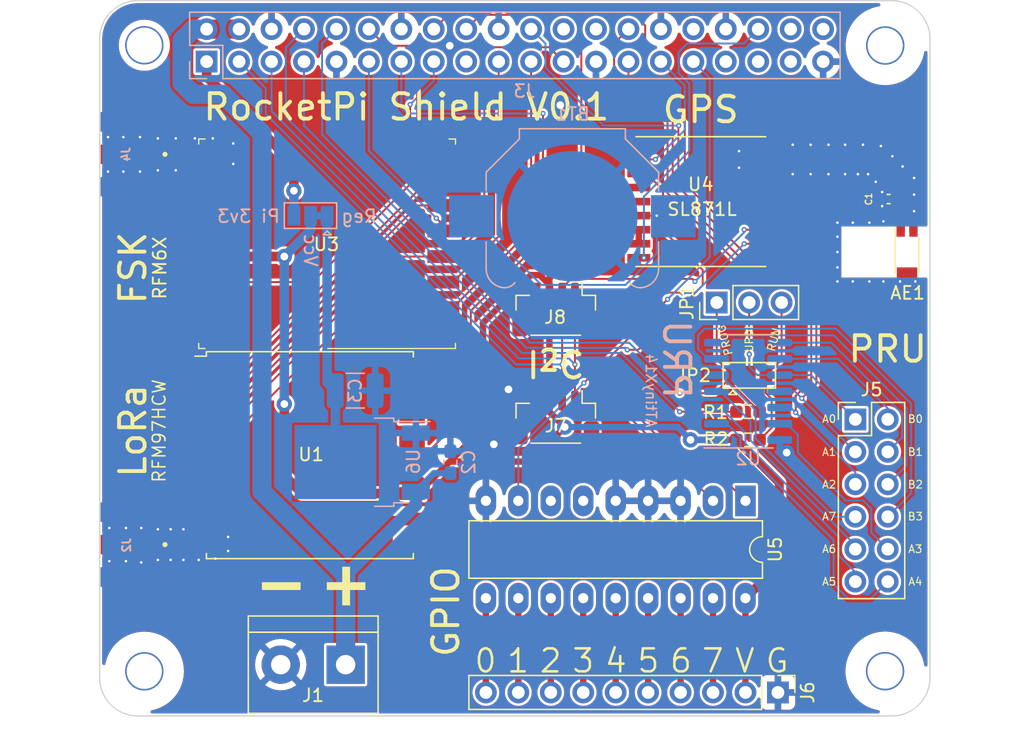
<source format=kicad_pcb>
(kicad_pcb (version 20211014) (generator pcbnew)
  (layers (0 "F.Cu" signal) (31 "B.Cu" signal) (34 "B.Paste" user) (35 "F.Paste" user) (36 "B.SilkS" user "B.Silkscreen") (37 "F.SilkS" user "F.Silkscreen") (38 "B.Mask" user) (39 "F.Mask" user) (44 "Edge.Cuts" user))
  (net 0 "")
  (net 23 "GND")
  (net 24 "Net-(BT1-Pad1)")
  (net 25 "+3V3")
  (net 26 "SDA")
  (net 27 "SCL")
  (net 28 "U0TX")
  (net 29 "ATTiny_UPDI")
  (net 30 "ATtiny_SDA")
  (net 31 "ATtiny_SCL")
  (net 32 "RFM_RST")
  (net 33 "SCK")
  (net 34 "MISO")
  (net 35 "MOSI")
  (net 36 "RFM9X_CS")
  (net 37 "RFM9X_DIO0")
  (net 38 "RFM6X_CS")
  (net 39 "RFM6X_DIO0")
  (net 40 "GPS_FORCEON")
  (net 41 "U3TX")
  (net 42 "GPS_ANT_SC")
  (net 43 "GPS_ANT_OC")
  (net 44 "U3RX")
  (net 45 "GPS_RESET")
  (net 46 "RFM9X_ANT")
  (net 47 "U0RX")
  (net 48 "RFM6X_ANT")
  (net 49 "GPS_ANT")
  (net 50 "IO_INT")
  (net 53 "PB3")
  (net 54 "PB2")
  (net 55 "PB1")
  (net 56 "PB0")
  (net 57 "PA7")
  (net 58 "PA6")
  (net 59 "PA5")
  (net 60 "PA3")
  (net 61 "PA4")
  (net 62 "Vin")
  (net 63 "Net-(J6-Pad3)")
  (net 64 "Net-(J6-Pad4)")
  (net 65 "Net-(J6-Pad5)")
  (net 66 "Net-(J6-Pad6)")
  (net 67 "Net-(J6-Pad7)")
  (net 68 "Net-(J6-Pad8)")
  (net 69 "Net-(J6-Pad9)")
  (net 70 "Net-(J6-Pad10)")
  (net 71 "Net-(R2-Pad1)")
  (net 72 "REG_3V3")
  (net 73 "PI_3V3")
  (footprint "project_footprints:NPTH_3mm_ID" (layer "F.Cu") (at 82.04 64.31)
    (fp_text reference "H1")
    (fp_text value "3mm_Mounting_Hole" hide)
  )
  (footprint "project_footprints:NPTH_3mm_ID" (layer "F.Cu") (at 140.04 64.33)
    (fp_text reference "H2")
    (fp_text value "3mm_Mounting_Hole" hide)
  )
  (footprint "project_footprints:NPTH_3mm_ID" (layer "F.Cu") (at 82.04 113.32)
    (fp_text reference "H3")
    (fp_text value "3mm_Mounting_Hole" hide)
  )
  (footprint "project_footprints:NPTH_3mm_ID" (layer "F.Cu") (at 140.03 113.31)
    (fp_text reference "H4")
    (fp_text value "3mm_Mounting_Hole" hide)
  )
  (footprint "Resistor_SMD:R_0603_1608Metric_Pad0.98x0.95mm_HandSolder" (layer "F.Cu") (at 129.3 95.2 180)
    (fp_text reference "R2")
    (fp_text value "10k")
  )
  (footprint "Capacitor_SMD:C_0402_1005Metric_Pad0.74x0.62mm_HandSolder" (layer "F.Cu") (at 140.301072 76.35133)
    (fp_text reference "C1")
    (fp_text value "3.3pF")
  )
  (footprint "Parts:Connector_Qwiic_Vertical" (layer "F.Cu") (at 114.25 85 180)
    (fp_text reference "J8")
    (fp_text value "Conn_01x04")
  )
  (footprint "Package_DIP:DIP-18_W7.62mm_LongPads" (layer "F.Cu") (at 129.1 99.975 -90)
    (fp_text reference "U5")
    (fp_text value "MCP23008")
  )
  (footprint "Connector_PinHeader_2.54mm:PinHeader_1x10_P2.54mm_Vertical" (layer "F.Cu") (at 131.64 114.975 -90)
    (fp_text reference "J6")
    (fp_text value "Conn_01x10")
  )
  (footprint "Jumper:SolderJumper-3_P1.3mm_Open_Pad1.0x1.5mm" (layer "F.Cu") (at 129.4 90.15)
    (fp_text reference "JP2")
    (fp_text value "SolderJumper_3_Open")
  )
  (footprint "CONREVSMA003:LINX_CONREVSMA003.062" (layer "F.Cu") (at 78.6275 103.4 -90)
    (fp_text reference "J2")
    (fp_text value "Conn_Coaxial")
  )
  (footprint "TerminalBlock:TerminalBlock_bornier-2_P5.08mm" (layer "F.Cu") (at 97.8 112.8 180)
    (fp_text reference "J1")
    (fp_text value "Screw_Terminal_01x02")
  )
  (footprint "RF_Module:HOPERF_RFM9XW_SMD" (layer "F.Cu") (at 95 96.4)
    (fp_text reference "U1")
    (fp_text value "RFM97CW-915S2")
  )
  (footprint "Parts:SL871" (layer "F.Cu") (at 125.6 76.55 180)
    (fp_text reference "U4")
    (fp_text value "SL871L")
  )
  (footprint "Connector_PinHeader_2.54mm:PinHeader_2x06_P2.54mm_Vertical" (layer "F.Cu") (at 137.7 93.6)
    (fp_text reference "J5")
    (fp_text value "Conn_02x06_Counter_Clockwise")
  )
  (footprint "Parts:Connector_Qwiic_Vertical" (layer "F.Cu") (at 114.25 93.45 180)
    (fp_text reference "J7")
    (fp_text value "Conn_01x04")
  )
  (footprint "RF_Antenna:Pulse_W3011" (layer "F.Cu") (at 141.75 80.5)
    (fp_text reference "AE1")
    (fp_text value "Antenna_Chip")
  )
  (footprint "Connector_PinHeader_2.54mm:PinHeader_1x03_P2.54mm_Vertical" (layer "F.Cu") (at 126.85 84.45 90)
    (fp_text reference "JP1")
    (fp_text value "Jumper_3_Bridged12")
  )
  (footprint "CONREVSMA003:LINX_CONREVSMA003.062" (layer "F.Cu") (at 78.6275 72.85 -90)
    (fp_text reference "J4")
    (fp_text value "Conn_Coaxial")
  )
  (footprint "RF_Module:HOPERF_RFM69HW" (layer "F.Cu") (at 96.35 79.85 180)
    (fp_text reference "U3")
    (fp_text value "RFM69HCW")
  )
  (footprint "Resistor_SMD:R_0603_1608Metric_Pad0.98x0.95mm_HandSolder" (layer "F.Cu") (at 129.3 93)
    (fp_text reference "R1")
    (fp_text value "1k")
  )
  (footprint "Symbol:Polarity_Center_Negative_6mm_SilkScreen" (layer "F.Cu") (at 94.268911 106.65)
    (fp_text reference "REF**" hide)
    (fp_text value "Polarity_Center_Negative_6mm_SilkScreen" hide)
  )
  (footprint "Connector_PinSocket_2.54mm:PinSocket_2x20_P2.54mm_Vertical" (layer "B.Cu") (at 86.92 65.59 -90)
    (fp_text reference "J3")
    (fp_text value "40HAT")
  )
  (footprint "Battery:BatteryHolder_Keystone_3000_1x12mm" (layer "B.Cu") (at 115.55 77.695 180)
    (fp_text reference "BT1")
    (fp_text value "Battery_Cell")
  )
  (footprint "Capacitor_SMD:C_1210_3225Metric_Pad1.33x2.70mm_HandSolder" (layer "B.Cu") (at 98.55 91.35)
    (fp_text reference "C3")
    (fp_text value "10uF")
  )
  (footprint "Jumper:SolderJumper-3_P1.3mm_Bridged12_Pad1.0x1.5mm" (layer "B.Cu") (at 95.05 77.65 180)
    (fp_text reference "JP3")
    (fp_text value "SolderJumper_3_Bridged12")
  )
  (footprint "Package_TO_SOT_SMD:TO-252-2" (layer "B.Cu") (at 99.1 96.95 180)
    (fp_text reference "U6")
    (fp_text value "LD1117V33")
  )
  (footprint "Package_SO:SOIC-14_3.9x8.7mm_P1.27mm" (layer "B.Cu") (at 129.3075 91.4)
    (fp_text reference "U2")
    (fp_text value "ATtiny414-SS")
  )
  (footprint "Capacitor_SMD:C_0603_1608Metric_Pad1.08x0.95mm_HandSolder" (layer "B.Cu") (at 106 96.95 90)
    (fp_text reference "C2")
    (fp_text value ".1uF")
  )
  (gr_line (start 143.546356 113.817611) (end 143.546356 63.817611) (layer "Edge.Cuts") (width 0.1))
  (gr_line (start 78.546356 63.817611) (end 78.546356 113.817611) (layer "Edge.Cuts") (width 0.1))
  (gr_arc (start 143.546356 113.817611) (mid 142.667676 115.938931) (end 140.546356 116.817611) (layer "Edge.Cuts") (width 0.1))
  (gr_line (start 140.546356 60.817611) (end 81.546356 60.817611) (layer "Edge.Cuts") (width 0.1))
  (gr_line (start 81.546356 116.817611) (end 140.546356 116.817611) (layer "Edge.Cuts") (width 0.1))
  (gr_arc (start 140.546356 60.817611) (mid 142.667676 61.696291) (end 143.546356 63.817611) (layer "Edge.Cuts") (width 0.1))
  (gr_arc (start 78.546356 63.817611) (mid 79.425036 61.696291) (end 81.546356 60.817611) (layer "Edge.Cuts") (width 0.1))
  (gr_arc (start 81.546356 116.817611) (mid 79.425036 115.938931) (end 78.546356 113.817611) (layer "Edge.Cuts") (width 0.1))
  (gr_text "Pi 3v3" (at 90.2 77.7) (layer "B.SilkS") (effects (font (size 1 1)) (justify mirror)))
  (gr_text "Reg" (at 98.85 77.7) (layer "B.SilkS") (effects (font (size 1 1)) (justify mirror)))
  (gr_text "PRU	" (at 123.7 88.2 270) (layer "B.SilkS") (effects (font (size 2 2) (thickness 0.3)) (justify mirror)))
  (gr_text "ATtinyX14" (at 121.7 91.35 270) (layer "B.SilkS") (effects (font (size 0.8 0.8) (thickness 0.13)) (justify mirror)))
  (gr_text "Vcc" (at 95.05 80.35 270) (layer "B.SilkS") (effects (font (size 1 1)) (justify mirror)))
  (gr_text "RUN" (at 131.325 87.35 75) (layer "F.SilkS") (effects (font (size 0.6 0.6) (thickness 0.09))))
  (gr_text "A4" (at 142.4 106.3) (layer "F.SilkS") (effects (font (size 0.6 0.6) (thickness 0.09))))
  (gr_text "B1\n" (at 142.4 96.15) (layer "F.SilkS") (effects (font (size 0.6 0.6) (thickness 0.09))))
  (gr_text "SL871L" (at 125.7 77.15) (layer "F.SilkS") (effects (font (size 1 1))))
  (gr_text "2" (at 113.85 112.5) (layer "F.SilkS") (effects (font (size 1.8 1.8) (thickness 0.2))))
  (gr_text "LoRa" (at 81.15 94.5 90) (layer "F.SilkS") (effects (font (size 2 2) (thickness 0.3))))
  (gr_text "FSK" (at 81.15 81.75 90) (layer "F.SilkS") (effects (font (size 2 2) (thickness 0.3))))
  (gr_text "PRU	" (at 140.95 88.1) (layer "F.SilkS") (effects (font (size 2 2) (thickness 0.3))))
  (gr_text "PROG" (at 127.5 87.4 105) (layer "F.SilkS") (effects (font (size 0.6 0.6) (thickness 0.09))))
  (gr_text "A6" (at 135.65 103.75) (layer "F.SilkS") (effects (font (size 0.6 0.6) (thickness 0.09))))
  (gr_text "GPIO" (at 105.65 108.65 90) (layer "F.SilkS") (effects (font (size 2 2) (thickness 0.3))))
  (gr_text "B3" (at 142.4 101.2) (layer "F.SilkS") (effects (font (size 0.6 0.6) (thickness 0.09))))
  (gr_text "RocketPi Shield V0.1" (at 102.55 69.15) (layer "F.SilkS") (effects (font (size 2 2) (thickness 0.3))))
  (gr_text "A5" (at 135.65 106.3) (layer "F.SilkS") (effects (font (size 0.6 0.6) (thickness 0.09))))
  (gr_text "B2" (at 142.4 98.7) (layer "F.SilkS") (effects (font (size 0.6 0.6) (thickness 0.09))))
  (gr_text "4" (at 118.95 112.5) (layer "F.SilkS") (effects (font (size 1.8 1.8) (thickness 0.2))))
  (gr_text "7" (at 126.55 112.5) (layer "F.SilkS") (effects (font (size 1.8 1.8) (thickness 0.2))))
  (gr_text "GPS" (at 125.6 69.35) (layer "F.SilkS") (effects (font (size 2 2) (thickness 0.3))))
  (gr_text "1" (at 111.3 112.5) (layer "F.SilkS") (effects (font (size 1.8 1.8) (thickness 0.2))))
  (gr_text "A7" (at 135.65 101.2) (layer "F.SilkS") (effects (font (size 0.6 0.6) (thickness 0.09))))
  (gr_text "B0\n\n" (at 142.4 94.05) (layer "F.SilkS") (effects (font (size 0.6 0.6) (thickness 0.09))))
  (gr_text "5" (at 121.5 112.5) (layer "F.SilkS") (effects (font (size 1.8 1.8) (thickness 0.2))))
  (gr_text "3" (at 116.4 112.5) (layer "F.SilkS") (effects (font (size 1.8 1.8) (thickness 0.2))))
  (gr_text "RFM97HCW" (at 83.2 94.5 90) (layer "F.SilkS") (effects (font (size 1 1))))
  (gr_text "A3" (at 142.4 103.75) (layer "F.SilkS") (effects (font (size 0.6 0.6) (thickness 0.09))))
  (gr_text "A2" (at 135.65 98.7) (layer "F.SilkS") (effects (font (size 0.6 0.6) (thickness 0.09))))
  (gr_text "A1\n" (at 135.65 96.15) (layer "F.SilkS") (effects (font (size 0.6 0.6) (thickness 0.09))))
  (gr_text "G" (at 131.58 112.5) (layer "F.SilkS") (effects (font (size 1.8 1.8) (thickness 0.2))))
  (gr_text "UPDI" (at 129.4 87.3 90) (layer "F.SilkS") (effects (font (size 0.6 0.6) (thickness 0.09))))
  (gr_text "RFM6X" (at 83.25 81.75 90) (layer "F.SilkS") (effects (font (size 1 1))))
  (gr_text "A0\n\n" (at 135.65 94.05) (layer "F.SilkS") (effects (font (size 0.6 0.6) (thickness 0.09))))
  (gr_text "I^{2}C" (at 114.25 89.4) (layer "F.SilkS") (effects (font (size 2 2) (thickness 0.3))))
  (gr_text "6" (at 124.05 112.5) (layer "F.SilkS") (effects (font (size 1.8 1.8) (thickness 0.2))))
  (gr_text "0" (at 108.75 112.5) (layer "F.SilkS") (effects (font (size 1.8 1.8) (thickness 0.2))))
  (gr_text "V" (at 129.05 112.5) (layer "F.SilkS") (effects (font (size 1.8 1.8) (thickness 0.2))))
  (segment (start 142.25 78.9) (end 142.25 77.35) (width 0.65) (layer "F.Cu") (net 23))
  (segment (start 142.25 77.35) (end 142.3 77.3) (width 0.65) (layer "F.Cu") (net 23))
  (via (at 139.9 82.8) (size 0.4) (drill 0.2) (layers "F.Cu" "B.Cu") (net 23))
  (via (at 136.9 74.4) (size 0.4) (drill 0.2) (layers "F.Cu" "B.Cu") (net 23))
  (via (at 80.4 74.2) (size 0.4) (drill 0.2) (layers "F.Cu" "B.Cu") (net 23))
  (via (at 134.2 72.1) (size 0.4) (drill 0.2) (layers "F.Cu" "B.Cu") (net 23))
  (via (at 132.8 74.4) (size 0.4) (drill 0.2) (layers "F.Cu" "B.Cu") (net 23))
  (via (at 81.7 71.5) (size 0.4) (drill 0.2) (layers "F.Cu" "B.Cu") (net 23))
  (via (at 140.6 73) (size 0.4) (drill 0.2) (layers "F.Cu" "B.Cu") (net 23))
  (via (at 138.3 72.1) (size 0.4) (drill 0.2) (layers "F.Cu" "B.Cu") (net 23))
  (via (at 141.2 82.8) (size 0.4) (drill 0.2) (layers "F.Cu" "B.Cu") (net 23))
  (via (at 132.8 72.1) (size 0.4) (drill 0.2) (layers "F.Cu" "B.Cu") (net 23))
  (via (at 137.5 82.8) (size 0.4) (drill 0.2) (layers "F.Cu" "B.Cu") (net 23))
  (via (at 105.95 64.35) (size 1.2) (drill 0.6) (layers "F.Cu" "B.Cu") (net 23))
  (via (at 137.5 78.2) (size 0.4) (drill 0.2) (layers "F.Cu" "B.Cu") (net 23))
  (via (at 84.5 71.6) (size 0.4) (drill 0.2) (layers "F.Cu" "B.Cu") (net 23))
  (via (at 84.1 104.6) (size 0.4) (drill 0.2) (layers "F.Cu" "B.Cu") (net 23))
  (via (at 134.2 74.4) (size 0.4) (drill 0.2) (layers "F.Cu" "B.Cu") (net 23))
  (via (at 136.3 81.7) (size 0.4) (drill 0.2) (layers "F.Cu" "B.Cu") (net 23))
  (via (at 85.1 102.2) (size 0.4) (drill 0.2) (layers "F.Cu" "B.Cu") (net 23))
  (via (at 132.3255 96.2) (size 1.2) (drill 0.6) (layers "F.Cu" "B.Cu") (net 23))
  (via (at 83.1 74.1) (size 0.4) (drill 0.2) (layers "F.Cu" "B.Cu") (net 23))
  (via (at 137.9 74.4) (size 0.4) (drill 0.2) (layers "F.Cu" "B.Cu") (net 23))
  (via (at 142.3 74.7) (size 0.4) (drill 0.2) (layers "F.Cu" "B.Cu") (net 23))
  (via (at 83.1 71.6) (size 0.4) (drill 0.2) (layers "F.Cu" "B.Cu") (net 23))
  (via (at 110.55 91.25) (size 1.2) (drill 0.6) (layers "F.Cu" "B.Cu") (net 23))
  (via (at 81.8 102.1) (size 0.4) (drill 0.2) (layers "F.Cu" "B.Cu") (net 23))
  (via (at 135.6 74.4) (size 0.4) (drill 0.2) (layers "F.Cu" "B.Cu") (net 23))
  (via (at 138.8 78.2) (size 0.4) (drill 0.2) (layers "F.Cu" "B.Cu") (net 23))
  (via (at 81.7 74.2) (size 0.4) (drill 0.2) (layers "F.Cu" "B.Cu") (net 23))
  (via (at 87.4 71.6) (size 0.4) (drill 0.2) (layers "F.Cu" "B.Cu") (net 23))
  (via (at 142.3 77.3) (size 0.4) (drill 0.2) (layers "F.Cu" "B.Cu") (net 23))
  (via (at 81.8 104.8) (size 0.4) (drill 0.2) (layers "F.Cu" "B.Cu") (net 23))
  (via (at 83.1 104.6) (size 0.4) (drill 0.2) (layers "F.Cu" "B.Cu") (net 23))
  (via (at 139.7 72.2) (size 0.4) (drill 0.2) (layers "F.Cu" "B.Cu") (net 23))
  (via (at 79.3 102.1) (size 0.4) (drill 0.2) (layers "F.Cu" "B.Cu") (net 23))
  (via (at 136.9 72.1) (size 0.4) (drill 0.2) (layers "F.Cu" "B.Cu") (net 23))
  (via (at 79.2 71.5) (size 0.4) (drill 0.2) (layers "F.Cu" "B.Cu") (net 23))
  (via (at 136.3 78.2) (size 0.4) (drill 0.2) (layers "F.Cu" "B.Cu") (net 23))
  (via (at 128.6 73.9) (size 0.4) (drill 0.2) (layers "F.Cu" "B.Cu") (net 23))
  (via (at 114.6 69) (size 1.2) (drill 0.6) (layers "F.Cu" "B.Cu") (net 23))
  (via (at 83.1 102.2) (size 0.4) (drill 0.2) (layers "F.Cu" "B.Cu") (net 23))
  (via (at 86.3 104.6) (size 0.4) (drill 0.2) (layers "F.Cu" "B.Cu") (net 23))
  (via (at 139.3 75) (size 0.4) (drill 0.2) (layers "F.Cu" "B.Cu") (net 23))
  (via (at 138.8 82.8) (size 0.4) (drill 0.2) (layers "F.Cu" "B.Cu") (net 23))
  (via (at 141.4 73.8) (size 0.4) (drill 0.2) (layers "F.Cu" "B.Cu") (net 23))
  (via (at 89 73.6) (size 0.4) (drill 0.2) (layers "F.Cu" "B.Cu") (net 23))
  (via (at 80.6 102.1) (size 0.4) (drill 0.2) (layers "F.Cu" "B.Cu") (net 23))
  (via (at 139.8 76.9) (size 0.4) (drill 0.2) (layers "F.Cu" "B.Cu") (net 23))
  (via (at 80.6 104.7) (size 0.4) (drill 0.2) (layers "F.Cu" "B.Cu") (net 23))
  (via (at 136.3 79.3) (size 0.4) (drill 0.2) (layers "F.Cu" "B.Cu") (net 23))
  (via (at 139.9 78.1) (size 0.4) (drill 0.2) (layers "F.Cu" "B.Cu") (net 23))
  (via (at 109.4 95.55) (size 1.2) (drill 0.6) (layers "F.Cu" "B.Cu") (net 23))
  (via (at 142.3 76) (size 0.4) (drill 0.2) (layers "F.Cu" "B.Cu") (net 23))
  (via (at 135.6 72.1) (size 0.4) (drill 0.2) (layers "F.Cu" "B.Cu") (net 23))
  (via (at 139.8 75.8) (size 0.4) (drill 0.2) (layers "F.Cu" "B.Cu") (net 23))
  (via (at 89 72) (size 0.4) (drill 0.2) (layers "F.Cu" "B.Cu") (net 23))
  (via (at 84.1 102.2) (size 0.4) (drill 0.2) (layers "F.Cu" "B.Cu") (net 23))
  (via (at 85.1 104.6) (size 0.4) (drill 0.2) (layers "F.Cu" "B.Cu") (net 23))
  (via (at 79.3 104.7) (size 0.4) (drill 0.2) (layers "F.Cu" "B.Cu") (net 23))
  (via (at 84.5 74.1) (size 0.4) (drill 0.2) (layers "F.Cu" "B.Cu") (net 23))
  (via (at 136.3 82.8) (size 0.4) (drill 0.2) (layers "F.Cu" "B.Cu") (net 23))
  (via (at 80.4 71.5) (size 0.4) (drill 0.2) (layers "F.Cu" "B.Cu") (net 23))
  (via (at 86 71.6) (size 0.4) (drill 0.2) (layers "F.Cu" "B.Cu") (net 23))
  (via (at 138.7 74.4) (size 0.4) (drill 0.2) (layers "F.Cu" "B.Cu") (net 23))
  (via (at 136.3 80.5) (size 0.4) (drill 0.2) (layers "F.Cu" "B.Cu") (net 23))
  (via (at 87.6 104.5) (size 0.4) (drill 0.2) (layers "F.Cu" "B.Cu") (net 23))
  (via (at 88.6 103.9) (size 0.4) (drill 0.2) (layers "F.Cu" "B.Cu") (net 23))
  (via (at 128.6 72.6) (size 0.4) (drill 0.2) (layers "F.Cu" "B.Cu") (net 23))
  (via (at 79.2 74.2) (size 0.4) (drill 0.2) (layers "F.Cu" "B.Cu") (net 23))
  (via (at 142.4 82.8) (size 0.4) (drill 0.2) (layers "F.Cu" "B.Cu") (net 23))
  (via (at 88.6 102.8) (size 0.4) (drill 0.2) (layers "F.Cu" "B.Cu") (net 23))
  (segment (start 120.75 77.65) (end 122.15 77.65) (width 0.15) (layer "F.Cu") (net 24))
  (via (at 122.15 77.65) (size 0.4) (drill 0.2) (layers "F.Cu" "B.Cu") (net 24))
  (segment (start 107.75 77.695) (end 113.124511 83.069511) (width 0.15) (layer "B.Cu") (net 24))
  (segment (start 119.70155 83.069511) (end 122.15 80.621061) (width 0.15) (layer "B.Cu") (net 24))
  (segment (start 113.124511 83.069511) (end 119.70155 83.069511) (width 0.15) (layer "B.Cu") (net 24))
  (segment (start 107.65 77.695) (end 107.75 77.695) (width 0.15) (layer "B.Cu") (net 24))
  (segment (start 122.15 80.621061) (end 122.15 77.65) (width 0.15) (layer "B.Cu") (net 24))
  (segment (start 112.3 82.3) (end 108.55 86.05) (width 0.5) (layer "F.Cu") (net 25))
  (segment (start 113.75 83.675) (end 113.75 83.052151) (width 0.5) (layer "F.Cu") (net 25))
  (segment (start 120.75 79.85) (end 120.75 78.75) (width 0.5) (layer "F.Cu") (net 25))
  (segment (start 93 92.4) (end 93 98) (width 0.75) (layer "F.Cu") (net 25))
  (segment (start 108.55 86.05) (end 108.55 94.3) (width 0.5) (layer "F.Cu") (net 25))
  (segment (start 112.997849 82.3) (end 112.3 82.3) (width 0.5) (layer "F.Cu") (net 25))
  (segment (start 103.45 99.4) (end 103 99.4) (width 0.5) (layer "F.Cu") (net 25))
  (segment (start 128.3875 95.2) (end 124.8 95.2) (width 0.5) (layer "F.Cu") (net 25))
  (segment (start 108.55 94.3) (end 105.95 96.9) (width 0.5) (layer "F.Cu") (net 25))
  (segment (start 105.95 96.9) (end 103.45 99.4) (width 0.5) (layer "F.Cu") (net 25))
  (segment (start 114.95 94.2) (end 113.75 93) (width 0.5) (layer "F.Cu") (net 25))
  (segment (start 93 80.85) (end 87.25 80.85) (width 0.75) (layer "F.Cu") (net 25))
  (segment (start 113.75 92.125) (end 113.75 83.675) (width 0.5) (layer "F.Cu") (net 25))
  (segment (start 94.4 99.4) (end 103 99.4) (width 0.75) (layer "F.Cu") (net 25))
  (segment (start 93 98) (end 94.4 99.4) (width 0.75) (layer "F.Cu") (net 25))
  (segment (start 114.95 94.2) (end 112.25 96.9) (width 0.5) (layer "F.Cu") (net 25))
  (segment (start 113.75 82.55) (end 113.75 83.675) (width 0.5) (layer "F.Cu") (net 25))
  (segment (start 131.75 104.945) (end 131.75 98.550146) (width 0.7) (layer "F.Cu") (net 25))
  (segment (start 120.75 79.85) (end 116.45 79.85) (width 0.5) (layer "F.Cu") (net 25))
  (segment (start 129.1 107.595) (end 131.75 104.945) (width 0.7) (layer "F.Cu") (net 25))
  (segment (start 112.25 96.9) (end 105.95 96.9) (width 0.5) (layer "F.Cu") (net 25))
  (segment (start 129.1 107.595) (end 129.1 114.975) (width 0.5) (layer "F.Cu") (net 25))
  (segment (start 128.399854 95.2) (end 128.3875 95.2) (width 0.7) (layer "F.Cu") (net 25))
  (segment (start 131.75 98.550146) (end 128.399854 95.2) (width 0.7) (layer "F.Cu") (net 25))
  (segment (start 113.75 93) (end 113.75 92.125) (width 0.5) (layer "F.Cu") (net 25))
  (segment (start 116.45 79.85) (end 113.75 82.55) (width 0.5) (layer "F.Cu") (net 25))
  (segment (start 113.75 83.052151) (end 112.997849 82.3) (width 0.5) (layer "F.Cu") (net 25))
  (via (at 93 80.85) (size 1.2) (drill 0.6) (layers "F.Cu" "B.Cu") (net 25))
  (via (at 93 92.4) (size 1.2) (drill 0.6) (layers "F.Cu" "B.Cu") (net 25))
  (via (at 124.8 95.2) (size 1.2) (drill 0.6) (layers "F.Cu" "B.Cu") (net 25))
  (via (at 114.95 94.2) (size 1.2) (drill 0.6) (layers "F.Cu" "B.Cu") (net 25))
  (segment (start 95.05 77.65) (end 95.05 78.8) (width 0.75) (layer "B.Cu") (net 25))
  (segment (start 114.95 94.2) (end 123.8 94.2) (width 0.5) (layer "B.Cu") (net 25))
  (segment (start 124.81 95.21) (end 124.8 95.2) (width 0.5) (layer "B.Cu") (net 25))
  (segment (start 126.8325 95.21) (end 124.81 95.21) (width 0.5) (layer "B.Cu") (net 25))
  (segment (start 93 80.85) (end 93 92.4) (width 0.75) (layer "B.Cu") (net 25))
  (segment (start 123.8 94.2) (end 124.8 95.2) (width 0.5) (layer "B.Cu") (net 25))
  (segment (start 95.05 78.8) (end 93 80.85) (width 0.75) (layer "B.Cu") (net 25))
  (segment (start 115.449639 82.6) (end 124.95 82.6) (width 0.15) (layer "F.Cu") (net 26))
  (segment (start 114.75 92.500361) (end 115.599639 93.35) (width 0.15) (layer "F.Cu") (net 26))
  (segment (start 114.75 92.125) (end 114.75 89.3) (width 0.15) (layer "F.Cu") (net 26))
  (segment (start 114.75 89.3) (end 114.75 83.675) (width 0.15) (layer "F.Cu") (net 26))
  (segment (start 115.599639 93.35) (end 119.935 93.35) (width 0.15) (layer "F.Cu") (net 26))
  (segment (start 130.45 78.75) (end 129 78.75) (width 0.15) (layer "F.Cu") (net 26))
  (segment (start 119.935 93.35) (end 126.56 99.975) (width 0.15) (layer "F.Cu") (net 26))
  (segment (start 114.75 83.299639) (end 115.449639 82.6) (width 0.15) (layer "F.Cu") (net 26))
  (segment (start 114.75 92.125) (end 114.75 92.500361) (width 0.15) (layer "F.Cu") (net 26))
  (segment (start 114.75 83.675) (end 114.75 83.299639) (width 0.15) (layer "F.Cu") (net 26))
  (segment (start 124.95 82.6) (end 125.15 82.8) (width 0.15) (layer "F.Cu") (net 26))
  (via (at 125.15 82.8) (size 0.4) (drill 0.2) (layers "F.Cu" "B.Cu") (net 26))
  (via (at 114.75 89.3) (size 0.4) (drill 0.2) (layers "F.Cu" "B.Cu") (net 26))
  (via (at 129 78.75) (size 0.4) (drill 0.2) (layers "F.Cu" "B.Cu") (net 26))
  (segment (start 129 78.75) (end 129 78.95) (width 0.15) (layer "B.Cu") (net 26))
  (segment (start 111.15 89.3) (end 114.75 89.3) (width 0.15) (layer "B.Cu") (net 26))
  (segment (start 91.55 67.68) (end 91.55 69.7) (width 0.15) (layer "B.Cu") (net 26))
  (segment (start 91.55 69.7) (end 111.15 89.3) (width 0.15) (layer "B.Cu") (net 26))
  (segment (start 129 78.95) (end 125.15 82.8) (width 0.15) (layer "B.Cu") (net 26))
  (segment (start 89.46 65.59) (end 91.55 67.68) (width 0.15) (layer "B.Cu") (net 26))
  (segment (start 125.5 98.2) (end 127.325 98.2) (width 0.15) (layer "F.Cu") (net 27))
  (segment (start 115.75 89.3) (end 115.75 92.125) (width 0.15) (layer "F.Cu") (net 27))
  (segment (start 127.325 98.2) (end 129.1 99.975) (width 0.15) (layer "F.Cu") (net 27))
  (segment (start 124.175 83.675) (end 124.2 83.7) (width 0.15) (layer "F.Cu") (net 27))
  (segment (start 130.45 79.85) (end 129 79.85) (width 0.15) (layer "F.Cu") (net 27))
  (segment (start 116.525 92.9) (end 120.2 92.9) (width 0.15) (layer "F.Cu") (net 27))
  (segment (start 120.2 92.9) (end 125.5 98.2) (width 0.15) (layer "F.Cu") (net 27))
  (segment (start 115.75 92.125) (end 116.525 92.9) (width 0.15) (layer "F.Cu") (net 27))
  (segment (start 115.75 83.675) (end 124.175 83.675) (width 0.15) (layer "F.Cu") (net 27))
  (segment (start 115.75 83.675) (end 115.75 89.3) (width 0.15) (layer "F.Cu") (net 27))
  (via (at 124.2 83.7) (size 0.4) (drill 0.2) (layers "F.Cu" "B.Cu") (net 27))
  (via (at 115.75 89.3) (size 0.4) (drill 0.2) (layers "F.Cu" "B.Cu") (net 27))
  (via (at 129 79.85) (size 0.4) (drill 0.2) (layers "F.Cu" "B.Cu") (net 27))
  (segment (start 111.354428 88.825489) (end 115.275489 88.825489) (width 0.15) (layer "B.Cu") (net 27))
  (segment (start 92 69.471061) (end 111.354428 88.825489) (width 0.15) (layer "B.Cu") (net 27))
  (segment (start 92 65.59) (end 92 69.471061) (width 0.15) (layer "B.Cu") (net 27))
  (segment (start 115.275489 88.825489) (end 115.75 89.3) (width 0.15) (layer "B.Cu") (net 27))
  (segment (start 129 79.85) (end 125.15 83.7) (width 0.15) (layer "B.Cu") (net 27))
  (segment (start 125.15 83.7) (end 124.2 83.7) (width 0.15) (layer "B.Cu") (net 27))
  (segment (start 123.95 93) (end 128.3875 93) (width 0.15) (layer "F.Cu") (net 28))
  (via (at 123.95 93) (size 0.4) (drill 0.2) (layers "F.Cu" "B.Cu") (net 28))
  (segment (start 123.925 92.975) (end 123.95 93) (width 0.15) (layer "B.Cu") (net 28))
  (segment (start 111.6 88.4) (end 119.35 88.4) (width 0.15) (layer "B.Cu") (net 28))
  (segment (start 93.124511 69.924511) (end 111.6 88.4) (width 0.15) (layer "B.Cu") (net 28))
  (segment (start 94.54 63.05) (end 93.124511 64.465489) (width 0.15) (layer "B.Cu") (net 28))
  (segment (start 93.124511 64.465489) (end 93.124511 69.924511) (width 0.15) (layer "B.Cu") (net 28))
  (segment (start 119.35 88.4) (end 123.925 92.975) (width 0.15) (layer "B.Cu") (net 28))
  (segment (start 129.4 88.5) (end 129.39 88.49) (width 0.15) (layer "F.Cu") (net 29))
  (segment (start 129.39 88.49) (end 129.39 84.45) (width 0.15) (layer "F.Cu") (net 29))
  (segment (start 129.4 90.15) (end 129.4 88.5) (width 0.15) (layer "F.Cu") (net 29))
  (via (at 129.4 88.5) (size 0.4) (drill 0.2) (layers "F.Cu" "B.Cu") (net 29))
  (segment (start 129.4 88.5) (end 129.4 89.5) (width 0.15) (layer "B.Cu") (net 29))
  (segment (start 130.03 90.13) (end 131.7825 90.13) (width 0.15) (layer "B.Cu") (net 29))
  (segment (start 134.23 90.13) (end 137.7 93.6) (width 0.15) (layer "B.Cu") (net 29))
  (segment (start 131.7825 90.13) (end 134.23 90.13) (width 0.15) (layer "B.Cu") (net 29))
  (segment (start 129.4 89.5) (end 130.03 90.13) (width 0.15) (layer "B.Cu") (net 29))
  (segment (start 119.94 66.64) (end 119.94 65.59) (width 0.15) (layer "F.Cu") (net 30))
  (segment (start 123.4 70.1) (end 119.94 66.64) (width 0.15) (layer "F.Cu") (net 30))
  (segment (start 123.4 75.649022) (end 123.4 70.1) (width 0.15) (layer "F.Cu") (net 30))
  (segment (start 134.65 90.80935) (end 134.65 83.55) (width 0.15) (layer "F.Cu") (net 30))
  (segment (start 133.35 82.25) (end 130.000978 82.25) (width 0.15) (layer "F.Cu") (net 30))
  (segment (start 130.000978 82.25) (end 123.4 75.649022) (width 0.15) (layer "F.Cu") (net 30))
  (segment (start 134.65 83.55) (end 133.35 82.25) (width 0.15) (layer "F.Cu") (net 30))
  (segment (start 133.50935 91.95) (end 134.65 90.80935) (width 0.15) (layer "F.Cu") (net 30))
  (via (at 133.50935 91.95) (size 0.4) (drill 0.2) (layers "F.Cu" "B.Cu") (net 30))
  (segment (start 132.95935 91.4) (end 131.7825 91.4) (width 0.15) (layer "B.Cu") (net 30))
  (segment (start 133.50935 91.95) (end 132.95935 91.4) (width 0.15) (layer "B.Cu") (net 30))
  (segment (start 133.50935 91.95) (end 133.51 91.95) (width 0.15) (layer "B.Cu") (net 30))
  (segment (start 133.51 91.95) (end 137.7 96.14) (width 0.15) (layer "B.Cu") (net 30))
  (segment (start 133.1 82.7) (end 134.25 83.85) (width 0.15) (layer "F.Cu") (net 31))
  (segment (start 123 70.3) (end 123 75.9) (width 0.15) (layer "F.Cu") (net 31))
  (segment (start 129.8 82.7) (end 133.1 82.7) (width 0.15) (layer "F.Cu") (net 31))
  (segment (start 134.25 83.85) (end 134.25 90.538289) (width 0.15) (layer "F.Cu") (net 31))
  (segment (start 134.25 90.538289) (end 133.03485 91.753439) (width 0.15) (layer "F.Cu") (net 31))
  (segment (start 119.94 63.05) (end 118.815489 64.174511) (width 0.15) (layer "F.Cu") (net 31))
  (segment (start 123 75.9) (end 129.8 82.7) (width 0.15) (layer "F.Cu") (net 31))
  (segment (start 118.815489 66.115489) (end 123 70.3) (width 0.15) (layer "F.Cu") (net 31))
  (segment (start 133.03485 91.753439) (end 133.03485 93.06515) (width 0.15) (layer "F.Cu") (net 31))
  (segment (start 118.815489 64.174511) (end 118.815489 66.115489) (width 0.15) (layer "F.Cu") (net 31))
  (via (at 133.03485 93.06515) (size 0.4) (drill 0.2) (layers "F.Cu" "B.Cu") (net 31))
  (segment (start 132.6397 92.67) (end 133.03485 93.06515) (width 0.15) (layer "B.Cu") (net 31))
  (segment (start 133.03485 93.06515) (end 137.7 97.7303) (width 0.15) (layer "B.Cu") (net 31))
  (segment (start 131.7825 92.67) (end 132.6397 92.67) (width 0.15) (layer "B.Cu") (net 31))
  (segment (start 137.7 97.7303) (end 137.7 98.68) (width 0.15) (layer "B.Cu") (net 31))
  (segment (start 87 91.4) (end 88.9 91.4) (width 0.15) (layer "F.Cu") (net 32))
  (segment (start 88.9 91.4) (end 103.45 76.85) (width 0.15) (layer "F.Cu") (net 32))
  (segment (start 103.45 76.85) (end 105.45 76.85) (width 0.15) (layer "F.Cu") (net 32))
  (segment (start 109.314211 64.465489) (end 113.735489 64.465489) (width 0.15) (layer "F.Cu") (net 33))
  (segment (start 105.45 80.85) (end 106.2 80.85) (width 0.15) (layer "F.Cu") (net 33))
  (segment (start 108.655489 78.394511) (end 108.655489 65.124211) (width 0.15) (layer "F.Cu") (net 33))
  (segment (start 106.2 80.85) (end 108.655489 78.394511) (width 0.15) (layer "F.Cu") (net 33))
  (segment (start 105.45 80.85) (end 100.65 80.85) (width 0.15) (layer "F.Cu") (net 33))
  (segment (start 113.735489 64.465489) (end 114.86 65.59) (width 0.15) (layer "F.Cu") (net 33))
  (segment (start 108.655489 65.124211) (end 109.314211 64.465489) (width 0.15) (layer "F.Cu") (net 33))
  (segment (start 100.65 80.85) (end 88.1 93.4) (width 0.15) (layer "F.Cu") (net 33))
  (segment (start 88.1 93.4) (end 87 93.4) (width 0.15) (layer "F.Cu") (net 33))
  (segment (start 88.35 95.4) (end 98.9 84.85) (width 0.15) (layer "F.Cu") (net 34))
  (segment (start 98.9 84.85) (end 105.45 84.85) (width 0.15) (layer "F.Cu") (net 34))
  (segment (start 106.2 84.85) (end 105.45 84.85) (width 0.15) (layer "F.Cu") (net 34))
  (segment (start 112.32 65.59) (end 112.32 78.73) (width 0.15) (layer "F.Cu") (net 34))
  (segment (start 87 95.4) (end 88.35 95.4) (width 0.15) (layer "F.Cu") (net 34))
  (segment (start 112.32 78.73) (end 106.2 84.85) (width 0.15) (layer "F.Cu") (net 34))
  (segment (start 88.25 94.4) (end 99.8 82.85) (width 0.15) (layer "F.Cu") (net 35))
  (segment (start 86.75 97.4) (end 85.4 96.05) (width 0.15) (layer "F.Cu") (net 35))
  (segment (start 85.4 96.05) (end 85.4 94.8) (width 0.15) (layer "F.Cu") (net 35))
  (segment (start 99.8 82.85) (end 105.45 82.85) (width 0.15) (layer "F.Cu") (net 35))
  (segment (start 105.45 82.85) (end 106.2 82.85) (width 0.15) (layer "F.Cu") (net 35))
  (segment (start 85.4 94.8) (end 85.8 94.4) (width 0.15) (layer "F.Cu") (net 35))
  (segment (start 106.2 82.85) (end 109.78 79.27) (width 0.15) (layer "F.Cu") (net 35))
  (segment (start 109.78 79.27) (end 109.78 65.59) (width 0.15) (layer "F.Cu") (net 35))
  (segment (start 87 97.4) (end 86.75 97.4) (width 0.15) (layer "F.Cu") (net 35))
  (segment (start 85.8 94.4) (end 88.25 94.4) (width 0.15) (layer "F.Cu") (net 35))
  (segment (start 99.62 63.05) (end 100.92 64.35) (width 0.15) (layer "F.Cu") (net 36))
  (segment (start 85.85 90.4) (end 85.050481 91.199519) (width 0.15) (layer "F.Cu") (net 36))
  (segment (start 100.92 64.35) (end 102.65 64.35) (width 0.15) (layer "F.Cu") (net 36))
  (segment (start 85.050481 91.199519) (end 85.050481 97.450481) (width 0.15) (layer "F.Cu") (net 36))
  (segment (start 88.75 90.4) (end 85.85 90.4) (width 0.15) (layer "F.Cu") (net 36))
  (segment (start 103.4 65.1) (end 103.4 75.75) (width 0.15) (layer "F.Cu") (net 36))
  (segment (start 102.65 64.35) (end 103.4 65.1) (width 0.15) (layer "F.Cu") (net 36))
  (segment (start 103.4 75.75) (end 88.75 90.4) (width 0.15) (layer "F.Cu") (net 36))
  (segment (start 85.050481 97.450481) (end 87 99.4) (width 0.15) (layer "F.Cu") (net 36))
  (segment (start 107.6 85.1) (end 107.6 92.8) (width 0.15) (layer "F.Cu") (net 37))
  (segment (start 113.25 69.65) (end 113.25 79.45) (width 0.15) (layer "F.Cu") (net 37))
  (segment (start 113.25 79.45) (end 107.6 85.1) (width 0.15) (layer "F.Cu") (net 37))
  (segment (start 107.6 92.8) (end 103 97.4) (width 0.15) (layer "F.Cu") (net 37))
  (via (at 113.25 69.65) (size 0.4) (drill 0.2) (layers "F.Cu" "B.Cu") (net 37))
  (segment (start 102.6 69.65) (end 102.16 69.21) (width 0.15) (layer "B.Cu") (net 37))
  (segment (start 102.16 69.21) (end 102.16 65.59) (width 0.15) (layer "B.Cu") (net 37))
  (segment (start 113.25 69.65) (end 102.6 69.65) (width 0.15) (layer "B.Cu") (net 37))
  (segment (start 105.45 78.85) (end 105.45 78.4) (width 0.15) (layer "F.Cu") (net 38))
  (segment (start 105.45 78.4) (end 104.9 77.85) (width 0.15) (layer "F.Cu") (net 38))
  (via (at 104.9 77.85) (size 0.4) (drill 0.2) (layers "F.Cu" "B.Cu") (net 38))
  (segment (start 99.62 72.57) (end 104.9 77.85) (width 0.15) (layer "B.Cu") (net 38))
  (segment (start 99.62 65.59) (end 99.62 72.57) (width 0.15) (layer "B.Cu") (net 38))
  (segment (start 102.85 75.2) (end 95.2 82.85) (width 0.15) (layer "F.Cu") (net 39))
  (segment (start 102.85 68.95) (end 102.85 75.2) (width 0.15) (layer "F.Cu") (net 39))
  (segment (start 95.2 82.85) (end 87.25 82.85) (width 0.15) (layer "F.Cu") (net 39))
  (via (at 102.85 68.95) (size 0.4) (drill 0.2) (layers "F.Cu" "B.Cu") (net 39))
  (segment (start 102.85 68.95) (end 104.7 67.1) (width 0.15) (layer "B.Cu") (net 39))
  (segment (start 104.7 67.1) (end 104.7 65.59) (width 0.15) (layer "B.Cu") (net 39))
  (segment (start 123.85 75.4) (end 129.4 80.95) (width 0.15) (layer "F.Cu") (net 40))
  (segment (start 123.85 70.6255) (end 123.85 75.4) (width 0.15) (layer "F.Cu") (net 40))
  (segment (start 129.4 80.95) (end 130.45 80.95) (width 0.15) (layer "F.Cu") (net 40))
  (segment (start 123.8755 70.6) (end 123.85 70.6255) (width 0.15) (layer "F.Cu") (net 40))
  (via (at 123.8755 70.6) (size 0.4) (drill 0.2) (layers "F.Cu" "B.Cu") (net 40))
  (segment (start 113.444511 66.055789) (end 113.444511 64.174511) (width 0.15) (layer "B.Cu") (net 40))
  (segment (start 113.444511 64.174511) (end 112.32 63.05) (width 0.15) (layer "B.Cu") (net 40))
  (segment (start 117.988722 70.6) (end 113.444511 66.055789) (width 0.15) (layer "B.Cu") (net 40))
  (segment (start 123.8755 70.6) (end 117.988722 70.6) (width 0.15) (layer "B.Cu") (net 40))
  (segment (start 122.65 75.65) (end 121.35 74.35) (width 0.15) (layer "F.Cu") (net 41))
  (segment (start 125.75 81.9) (end 122.65 78.8) (width 0.15) (layer "F.Cu") (net 41))
  (segment (start 125.75 83.1) (end 125.75 81.9) (width 0.15) (layer "F.Cu") (net 41))
  (segment (start 122.65 78.8) (end 122.65 75.65) (width 0.15) (layer "F.Cu") (net 41))
  (segment (start 120.7 88.15) (end 125.75 83.1) (width 0.15) (layer "F.Cu") (net 41))
  (segment (start 121.35 74.35) (end 120.75 74.35) (width 0.15) (layer "F.Cu") (net 41))
  (segment (start 119.85 88.15) (end 120.7 88.15) (width 0.15) (layer "F.Cu") (net 41))
  (via (at 119.85 88.15) (size 0.4) (drill 0.2) (layers "F.Cu" "B.Cu") (net 41))
  (segment (start 111.95 88) (end 119.7 88) (width 0.15) (layer "B.Cu") (net 41))
  (segment (start 94.54 65.59) (end 94.54 70.59) (width 0.15) (layer "B.Cu") (net 41))
  (segment (start 94.54 70.59) (end 111.95 88) (width 0.15) (layer "B.Cu") (net 41))
  (segment (start 119.7 88) (end 119.85 88.15) (width 0.15) (layer "B.Cu") (net 41))
  (segment (start 121.402265 67.455704) (end 124.350011 70.40345) (width 0.15) (layer "F.Cu") (net 42))
  (segment (start 104.7 63.05) (end 106.174031 61.575969) (width 0.15) (layer "F.Cu") (net 42))
  (segment (start 120.056269 61.575969) (end 121.25 62.7697) (width 0.15) (layer "F.Cu") (net 42))
  (segment (start 121.25 62.7697) (end 121.25 67.455704) (width 0.15) (layer "F.Cu") (net 42))
  (segment (start 126.85 77.65) (end 130.45 77.65) (width 0.15) (layer "F.Cu") (net 42))
  (segment (start 106.174031 61.575969) (end 120.056269 61.575969) (width 0.15) (layer "F.Cu") (net 42))
  (segment (start 124.350011 75.150011) (end 126.85 77.65) (width 0.15) (layer "F.Cu") (net 42))
  (segment (start 121.25 67.455704) (end 121.402265 67.455704) (width 0.15) (layer "F.Cu") (net 42))
  (segment (start 124.350011 70.40345) (end 124.350011 75.150011) (width 0.15) (layer "F.Cu") (net 42))
  (segment (start 116.25 62.6) (end 116.25 72.8) (width 0.15) (layer "F.Cu") (net 43))
  (segment (start 115.575489 61.925489) (end 116.25 62.6) (width 0.15) (layer "F.Cu") (net 43))
  (segment (start 116.25 72.8) (end 120 76.55) (width 0.15) (layer "F.Cu") (net 43))
  (segment (start 120 76.55) (end 120.75 76.55) (width 0.15) (layer "F.Cu") (net 43))
  (segment (start 108.364511 61.925489) (end 115.575489 61.925489) (width 0.15) (layer "F.Cu") (net 43))
  (segment (start 107.24 63.05) (end 108.364511 61.925489) (width 0.15) (layer "F.Cu") (net 43))
  (segment (start 120.75 73.25) (end 122.05 73.25) (width 0.15) (layer "F.Cu") (net 44))
  (via (at 122.05 73.25) (size 0.4) (drill 0.2) (layers "F.Cu" "B.Cu") (net 44))
  (segment (start 124.35 70.95) (end 122.05 73.25) (width 0.15) (layer "B.Cu") (net 44))
  (segment (start 122.48 65.59) (end 124.35 67.46) (width 0.15) (layer "B.Cu") (net 44))
  (segment (start 124.35 67.46) (end 124.35 70.95) (width 0.15) (layer "B.Cu") (net 44))
  (via (at 121.15 80.95) (size 0.4) (drill 0.2) (layers "F.Cu" "B.Cu") (net 45))
  (segment (start 124.554211 64.174511) (end 123.867148 64.861574) (width 0.15) (layer "B.Cu") (net 45))
  (segment (start 130.1 63.05) (end 128.975489 64.174511) (width 0.15) (layer "B.Cu") (net 45))
  (segment (start 123.867148 66.482852) (end 124.7 67.315704) (width 0.15) (layer "B.Cu") (net 45))
  (segment (start 121.15 76.15) (end 121.15 80.95) (width 0.15) (layer "B.Cu") (net 45))
  (segment (start 124.7 72.6) (end 121.15 76.15) (width 0.15) (layer "B.Cu") (net 45))
  (segment (start 123.867148 64.861574) (end 123.867148 66.482852) (width 0.15) (layer "B.Cu") (net 45))
  (segment (start 128.975489 64.174511) (end 124.554211 64.174511) (width 0.15) (layer "B.Cu") (net 45))
  (segment (start 124.7 67.315704) (end 124.7 72.6) (width 0.15) (layer "B.Cu") (net 45))
  (segment (start 80.6575 103.4) (end 87 103.4) (width 1.219) (layer "F.Cu") (net 46))
  (segment (start 126.85 88.9) (end 128.1 90.15) (width 0.15) (layer "F.Cu") (net 47))
  (segment (start 130.2125 93) (end 128.1 90.8875) (width 0.15) (layer "F.Cu") (net 47))
  (segment (start 126.7 91.55) (end 128.1 90.15) (width 0.15) (layer "F.Cu") (net 47))
  (segment (start 126.85 84.45) (end 126.85 88.9) (width 0.15) (layer "F.Cu") (net 47))
  (segment (start 128.1 90.8875) (end 128.1 90.15) (width 0.15) (layer "F.Cu") (net 47))
  (segment (start 123.95 91.55) (end 126.7 91.55) (width 0.15) (layer "F.Cu") (net 47))
  (via (at 123.95 91.55) (size 0.4) (drill 0.2) (layers "F.Cu" "B.Cu") (net 47))
  (segment (start 120 87.6) (end 123.95 91.55) (width 0.15) (layer "B.Cu") (net 47))
  (segment (start 112.25 87.6) (end 120 87.6) (width 0.15) (layer "B.Cu") (net 47))
  (segment (start 95.955489 64.174511) (end 95.955489 71.305489) (width 0.15) (layer "B.Cu") (net 47))
  (segment (start 95.955489 71.305489) (end 112.25 87.6) (width 0.15) (layer "B.Cu") (net 47))
  (segment (start 97.08 63.05) (end 95.955489 64.174511) (width 0.15) (layer "B.Cu") (net 47))
  (segment (start 80.6575 72.85) (end 87.25 72.85) (width 1.219) (layer "F.Cu") (net 48))
  (segment (start 139.214311 73.25) (end 141.007115 75.042804) (width 1.219) (layer "F.Cu") (net 49))
  (segment (start 141.007115 75.042804) (end 141.007115 77.465762) (width 1.219) (layer "F.Cu") (net 49))
  (segment (start 141.25 78.9) (end 141.25 78.197684) (width 0.65) (layer "F.Cu") (net 49))
  (segment (start 140.868572 76.35133) (end 140.868572 75.181347) (width 0.15) (layer "F.Cu") (net 49))
  (segment (start 130 73.25) (end 139.214311 73.25) (width 1.219) (layer "F.Cu") (net 49))
  (segment (start 140.868572 75.181347) (end 141.007115 75.042804) (width 0.15) (layer "F.Cu") (net 49))
  (segment (start 116.45 90.75) (end 123 84.2) (width 0.15) (layer "F.Cu") (net 50))
  (via (at 123 84.2) (size 0.4) (drill 0.2) (layers "F.Cu" "B.Cu") (net 50))
  (via (at 116.45 90.75) (size 0.4) (drill 0.2) (layers "F.Cu" "B.Cu") (net 50))
  (segment (start 126.3 66.87) (end 125.02 65.59) (width 0.15) (layer "B.Cu") (net 50))
  (segment (start 126.3 80.9) (end 126.3 66.87) (width 0.15) (layer "B.Cu") (net 50))
  (segment (start 126.3 80.9) (end 123 84.2) (width 0.15) (layer "B.Cu") (net 50))
  (segment (start 111.32 95.88) (end 116.45 90.75) (width 0.15) (layer "B.Cu") (net 50))
  (segment (start 111.32 99.975) (end 111.32 95.88) (width 0.15) (layer "B.Cu") (net 50))
  (segment (start 125.4 88.1) (end 125.4 87) (width 0.15) (layer "B.Cu") (net 53))
  (segment (start 125.9 86.5) (end 136.2 86.5) (width 0.15) (layer "B.Cu") (net 53))
  (segment (start 125.4 87) (end 125.9 86.5) (width 0.15) (layer "B.Cu") (net 53))
  (segment (start 126.16 88.86) (end 125.4 88.1) (width 0.15) (layer "B.Cu") (net 53))
  (segment (start 136.2 86.5) (end 142.063551 92.363551) (width 0.15) (layer "B.Cu") (net 53))
  (segment (start 142.063551 99.396449) (end 140.24 101.22) (width 0.15) (layer "B.Cu") (net 53))
  (segment (start 126.8325 88.86) (end 126.16 88.86) (width 0.15) (layer "B.Cu") (net 53))
  (segment (start 142.063551 92.363551) (end 142.063551 99.396449) (width 0.15) (layer "B.Cu") (net 53))
  (segment (start 126.8325 87.59) (end 127.40702 87.01548) (width 0.15) (layer "B.Cu") (net 54))
  (segment (start 127.40702 87.01548) (end 136.01548 87.01548) (width 0.15) (layer "B.Cu") (net 54))
  (segment (start 141.714031 97.205969) (end 140.24 98.68) (width 0.15) (layer "B.Cu") (net 54))
  (segment (start 136.01548 87.01548) (end 141.714031 92.714031) (width 0.15) (layer "B.Cu") (net 54))
  (segment (start 141.714031 92.714031) (end 141.714031 97.205969) (width 0.15) (layer "B.Cu") (net 54))
  (segment (start 141.364511 95.015489) (end 140.24 96.14) (width 0.15) (layer "B.Cu") (net 55))
  (segment (start 131.7825 87.59) (end 135.8203 87.59) (width 0.15) (layer "B.Cu") (net 55))
  (segment (start 141.364511 93.134211) (end 141.364511 95.015489) (width 0.15) (layer "B.Cu") (net 55))
  (segment (start 135.8203 87.59) (end 141.364511 93.134211) (width 0.15) (layer "B.Cu") (net 55))
  (segment (start 136.36 88.86) (end 140.24 92.74) (width 0.15) (layer "B.Cu") (net 56))
  (segment (start 140.24 92.74) (end 140.24 93.6) (width 0.15) (layer "B.Cu") (net 56))
  (segment (start 131.7825 88.86) (end 136.36 88.86) (width 0.15) (layer "B.Cu") (net 56))
  (segment (start 129.9 92.892139) (end 129.9 95.1) (width 0.15) (layer "B.Cu") (net 57))
  (segment (start 126.8325 90.13) (end 127.137861 90.13) (width 0.15) (layer "B.Cu") (net 57))
  (segment (start 129.9 95.1) (end 136.02 101.22) (width 0.15) (layer "B.Cu") (net 57))
  (segment (start 127.137861 90.13) (end 129.9 92.892139) (width 0.15) (layer "B.Cu") (net 57))
  (segment (start 136.02 101.22) (end 137.7 101.22) (width 0.15) (layer "B.Cu") (net 57))
  (segment (start 126.8325 91.4) (end 127.137861 91.4) (width 0.15) (layer "B.Cu") (net 58))
  (segment (start 129.5 95.25) (end 137.7 103.45) (width 0.15) (layer "B.Cu") (net 58))
  (segment (start 137.7 103.45) (end 137.7 103.76) (width 0.15) (layer "B.Cu") (net 58))
  (segment (start 129.5 93.762139) (end 129.5 95.25) (width 0.15) (layer "B.Cu") (net 58))
  (segment (start 127.137861 91.4) (end 129.5 93.762139) (width 0.15) (layer "B.Cu") (net 58))
  (segment (start 129.1 94.632139) (end 129.1 95.5) (width 0.15) (layer "B.Cu") (net 59))
  (segment (start 136.4 102.8) (end 136.4 104.25) (width 0.15) (layer "B.Cu") (net 59))
  (segment (start 136.4 104.25) (end 137.7 105.55) (width 0.15) (layer "B.Cu") (net 59))
  (segment (start 126.8325 92.67) (end 127.137861 92.67) (width 0.15) (layer "B.Cu") (net 59))
  (segment (start 137.7 105.55) (end 137.7 106.3) (width 0.15) (layer "B.Cu") (net 59))
  (segment (start 129.1 95.5) (end 136.4 102.8) (width 0.15) (layer "B.Cu") (net 59))
  (segment (start 127.137861 92.67) (end 129.1 94.632139) (width 0.15) (layer "B.Cu") (net 59))
  (segment (start 132.34 93.94) (end 133.2 94.8) (width 0.15) (layer "B.Cu") (net 60))
  (segment (start 138.95 102.47) (end 140.24 103.76) (width 0.15) (layer "B.Cu") (net 60))
  (segment (start 136.95 99.95) (end 138.3 99.95) (width 0.15) (layer "B.Cu") (net 60))
  (segment (start 131.7825 93.94) (end 132.34 93.94) (width 0.15) (layer "B.Cu") (net 60))
  (segment (start 133.2 96.2) (end 136.95 99.95) (width 0.15) (layer "B.Cu") (net 60))
  (segment (start 138.3 99.95) (end 138.95 100.6) (width 0.15) (layer "B.Cu") (net 60))
  (segment (start 133.2 94.8) (end 133.2 96.2) (width 0.15) (layer "B.Cu") (net 60))
  (segment (start 138.95 100.6) (end 138.95 102.47) (width 0.15) (layer "B.Cu") (net 60))
  (segment (start 138.89 107.65) (end 140.24 106.3) (width 0.15) (layer "B.Cu") (net 61))
  (segment (start 128.7 95) (end 128.7 95.75) (width 0.15) (layer "B.Cu") (net 61))
  (segment (start 126.8325 93.94) (end 127.64 93.94) (width 0.15) (layer "B.Cu") (net 61))
  (segment (start 137.15 107.65) (end 138.89 107.65) (width 0.15) (layer "B.Cu") (net 61))
  (segment (start 136 106.5) (end 137.15 107.65) (width 0.15) (layer "B.Cu") (net 61))
  (segment (start 128.7 95.75) (end 136 103.05) (width 0.15) (layer "B.Cu") (net 61))
  (segment (start 127.64 93.94) (end 128.7 95) (width 0.15) (layer "B.Cu") (net 61))
  (segment (start 136 103.05) (end 136 106.5) (width 0.15) (layer "B.Cu") (net 61))
  (segment (start 86.92 63.05) (end 89.46 63.05) (width 1.5) (layer "F.Cu") (net 62))
  (segment (start 91.25 71.2) (end 88.2 68.15) (width 1.5) (layer "B.Cu") (net 62))
  (segment (start 88.2 68.15) (end 85.880978 68.15) (width 1.5) (layer "B.Cu") (net 62))
  (segment (start 97.8 105.8) (end 97.8 112.8) (width 1.5) (layer "B.Cu") (net 62))
  (segment (start 91.25 99.25) (end 97.8 105.8) (width 1.5) (layer "B.Cu") (net 62))
  (segment (start 85 67.269022) (end 85 63.910978) (width 1.5) (layer "B.Cu") (net 62))
  (segment (start 103.3 100.3) (end 97.8 105.8) (width 1) (layer "B.Cu") (net 62))
  (segment (start 85.860978 63.05) (end 86.92 63.05) (width 1.5) (layer "B.Cu") (net 62))
  (segment (start 85.880978 68.15) (end 85 67.269022) (width 1.5) (layer "B.Cu") (net 62))
  (segment (start 106 97.8125) (end 104.7175 97.8125) (width 0.5) (layer "B.Cu") (net 62))
  (segment (start 103.3 99.23) (end 103.3 100.3) (width 1) (layer "B.Cu") (net 62))
  (segment (start 104.7175 97.8125) (end 103.3 99.23) (width 0.5) (layer "B.Cu") (net 62))
  (segment (start 85 63.910978) (end 85.860978 63.05) (width 1.5) (layer "B.Cu") (net 62))
  (segment (start 91.25 99.25) (end 91.25 71.2) (width 1.5) (layer "B.Cu") (net 62))
  (segment (start 126.56 107.595) (end 126.56 114.975) (width 0.5) (layer "F.Cu") (net 63))
  (segment (start 124.02 107.595) (end 124.02 114.975) (width 0.5) (layer "F.Cu") (net 64))
  (segment (start 121.48 114.975) (end 121.48 107.595) (width 0.5) (layer "F.Cu") (net 65))
  (segment (start 118.94 107.595) (end 118.94 114.975) (width 0.5) (layer "F.Cu") (net 66))
  (segment (start 116.4 114.975) (end 116.4 107.595) (width 0.5) (layer "F.Cu") (net 67))
  (segment (start 113.86 107.595) (end 113.86 114.975) (width 0.5) (layer "F.Cu") (net 68))
  (segment (start 111.32 114.975) (end 111.32 107.595) (width 0.5) (layer "F.Cu") (net 69))
  (segment (start 108.78 107.595) (end 108.78 114.975) (width 0.5) (layer "F.Cu") (net 70))
  (segment (start 131.93 84.45) (end 131.93 88.92) (width 0.15) (layer "F.Cu") (net 71))
  (segment (start 130.7 91.55) (end 131.15 92) (width 0.15) (layer "F.Cu") (net 71))
  (segment (start 131.93 88.92) (end 130.7 90.15) (width 0.15) (layer "F.Cu") (net 71))
  (segment (start 130.7 90.15) (end 130.7 91.55) (width 0.15) (layer "F.Cu") (net 71))
  (segment (start 131.15 94.2625) (end 130.2125 95.2) (width 0.15) (layer "F.Cu") (net 71))
  (segment (start 131.15 92) (end 131.15 94.2625) (width 0.15) (layer "F.Cu") (net 71))
  (segment (start 96.35 90.7125) (end 96.9875 91.35) (width 0.75) (layer "B.Cu") (net 72))
  (segment (start 96.35 77.65) (end 96.35 90.7125) (width 0.75) (layer "B.Cu") (net 72))
  (segment (start 96.9875 91.35) (end 97 91.3625) (width 0.75) (layer "B.Cu") (net 72))
  (segment (start 97 91.3625) (end 97 96.95) (width 0.75) (layer "B.Cu") (net 72))
  (segment (start 86.92 65.59) (end 86.92 66.77) (width 0.75) (layer "F.Cu") (net 73))
  (segment (start 93.75 73.6) (end 93.75 75.7) (width 0.75) (layer "F.Cu") (net 73))
  (segment (start 86.92 66.77) (end 93.75 73.6) (width 0.75) (layer "F.Cu") (net 73))
  (via (at 93.75 75.7) (size 1.2) (drill 0.6) (layers "F.Cu" "B.Cu") (net 73))
  (segment (start 93.75 75.7) (end 93.75 77.65) (width 0.75) (layer "B.Cu") (net 73))
  (zone (net 49) (net_name "GPS_ANT") (layer "F.Cu") (priority 1) (connect_pads yes (clearance 0.2)) (min_thickness 0.254) (fill yes (thermal_gap 0.508) (thermal_bridge_width 0.508) (island_removal_mode 1) (island_area_min 10))
    (polygon (pts (xy 141.6 77.45) (xy 141.600128 78.5) (xy 140.928009 78.499137) (xy 140.3 77.449813)))
  )
  (zone (net 0) (net_name "") (layers F&B.Cu) (connect_pads (clearance 0)) (min_thickness 0.254)
    (keepout (tracks allowed) (vias allowed) (pads allowed) (copperpour not_allowed) (footprints allowed))
    (fill (thermal_gap 0.508) (thermal_bridge_width 0.508))
    (polygon (pts (xy 143.35 82.5) (xy 136.6 82.5) (xy 136.6 78.5) (xy 143.35 78.5)))
  )
  (zone (net 23) (net_name "GND") (layers F&B.Cu) (connect_pads (clearance 0.2)) (min_thickness 0.254) (fill yes (thermal_gap 0.508) (thermal_bridge_width 0.508) (island_removal_mode 2) (island_area_min 10))
    (polygon (pts (xy 143.55 116.8) (xy 78.55 116.8) (xy 78.5 60.8) (xy 143.55 60.8)))
  )
  (zone (net 0) (net_name "") (layer "F.Cu") (connect_pads (clearance 0)) (min_thickness 0.254)
    (keepout (tracks allowed) (vias allowed) (pads allowed) (copperpour not_allowed) (footprints allowed))
    (fill (thermal_gap 0.508) (thermal_bridge_width 0.508))
    (polygon (pts (xy 141.926931 78.497018) (xy 141.76883 78.496438) (xy 141.628198 74.522235) (xy 141.931899 74.921266)))
  )
)
</source>
